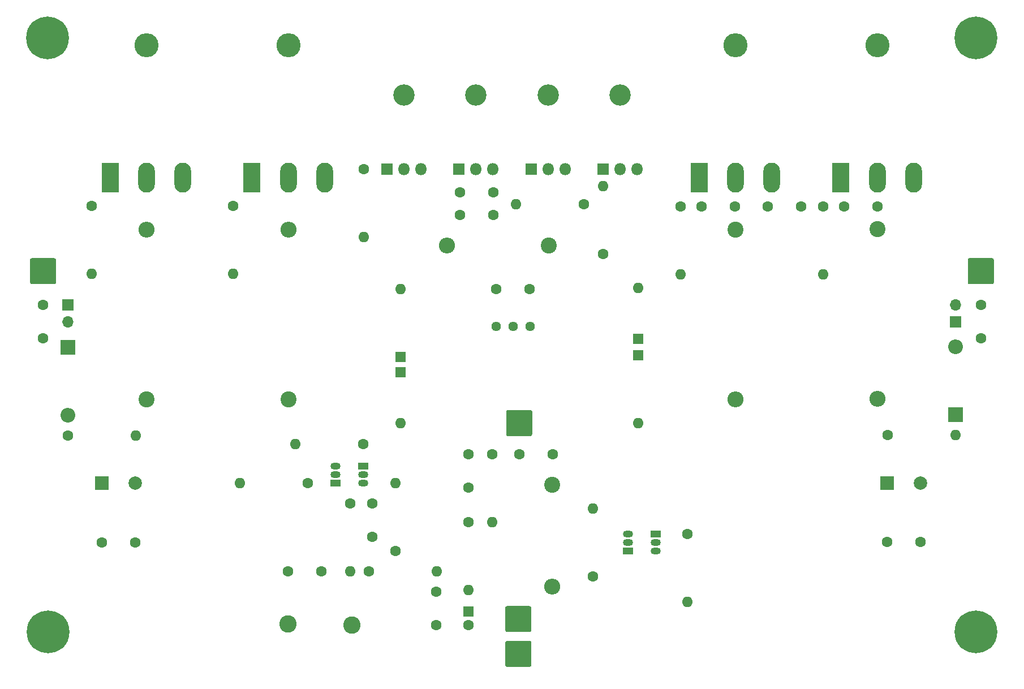
<source format=gbr>
G04 #@! TF.GenerationSoftware,KiCad,Pcbnew,(5.1.10-1-10_14)*
G04 #@! TF.CreationDate,2021-11-16T13:20:34+01:00*
G04 #@! TF.ProjectId,amp-mosfet-160w,616d702d-6d6f-4736-9665-742d31363077,rev?*
G04 #@! TF.SameCoordinates,Original*
G04 #@! TF.FileFunction,Soldermask,Bot*
G04 #@! TF.FilePolarity,Negative*
%FSLAX46Y46*%
G04 Gerber Fmt 4.6, Leading zero omitted, Abs format (unit mm)*
G04 Created by KiCad (PCBNEW (5.1.10-1-10_14)) date 2021-11-16 13:20:34*
%MOMM*%
%LPD*%
G01*
G04 APERTURE LIST*
%ADD10C,1.600000*%
%ADD11C,1.440000*%
%ADD12O,2.400000X2.400000*%
%ADD13C,2.400000*%
%ADD14O,1.600000X1.600000*%
%ADD15O,2.500000X4.500000*%
%ADD16R,2.500000X4.500000*%
%ADD17O,3.600000X3.600000*%
%ADD18O,1.800000X1.800000*%
%ADD19R,1.800000X1.800000*%
%ADD20O,3.200000X3.200000*%
%ADD21R,1.500000X1.050000*%
%ADD22O,1.500000X1.050000*%
%ADD23C,0.800000*%
%ADD24C,6.400000*%
%ADD25O,1.700000X1.700000*%
%ADD26R,1.700000X1.700000*%
%ADD27C,2.600000*%
%ADD28O,2.200000X2.200000*%
%ADD29R,2.200000X2.200000*%
%ADD30R,1.600000X1.600000*%
%ADD31C,2.000000*%
%ADD32R,2.000000X2.000000*%
G04 APERTURE END LIST*
D10*
X64897000Y-82550000D03*
X64897000Y-87550000D03*
X205232000Y-87550000D03*
X205232000Y-82550000D03*
D11*
X132715000Y-85725000D03*
X135255000Y-85725000D03*
X137795000Y-85725000D03*
D12*
X189738000Y-96583500D03*
D13*
X189738000Y-71183500D03*
D12*
X168529000Y-96647000D03*
D13*
X168529000Y-71247000D03*
D14*
X160274000Y-77914500D03*
D10*
X160274000Y-67754500D03*
D14*
X181673500Y-77978000D03*
D10*
X181673500Y-67818000D03*
D14*
X135636000Y-67437000D03*
D10*
X145796000Y-67437000D03*
D12*
X141097000Y-124714000D03*
D13*
X141097000Y-109474000D03*
D14*
X78740000Y-102108000D03*
D10*
X68580000Y-102108000D03*
D14*
X201422000Y-101981000D03*
D10*
X191262000Y-101981000D03*
D12*
X101600000Y-71247000D03*
D13*
X101600000Y-96647000D03*
D12*
X80391000Y-71247000D03*
D13*
X80391000Y-96647000D03*
D14*
X93345000Y-77851000D03*
D10*
X93345000Y-67691000D03*
D14*
X72136000Y-77851000D03*
D10*
X72136000Y-67691000D03*
D14*
X112903000Y-72390000D03*
D10*
X112903000Y-62230000D03*
D14*
X132080000Y-115062000D03*
D10*
X132080000Y-104902000D03*
D14*
X128524000Y-125222000D03*
D10*
X128524000Y-115062000D03*
D12*
X125349000Y-73660000D03*
D13*
X140589000Y-73660000D03*
D14*
X148717000Y-64770000D03*
D10*
X148717000Y-74930000D03*
D14*
X94361000Y-109220000D03*
D10*
X104521000Y-109220000D03*
D14*
X117602000Y-109220000D03*
D10*
X117602000Y-119380000D03*
D14*
X147193000Y-112966500D03*
D10*
X147193000Y-123126500D03*
D14*
X102616000Y-103378000D03*
D10*
X112776000Y-103378000D03*
D14*
X161290000Y-127000000D03*
D10*
X161290000Y-116840000D03*
D14*
X110871000Y-122428000D03*
D10*
X110871000Y-112268000D03*
D14*
X123825000Y-122428000D03*
D10*
X113665000Y-122428000D03*
D15*
X195177000Y-63500000D03*
X189727000Y-63500000D03*
D16*
X184277000Y-63500000D03*
D17*
X189727000Y-43640000D03*
D15*
X107039000Y-63500000D03*
X101589000Y-63500000D03*
D16*
X96139000Y-63500000D03*
D17*
X101589000Y-43640000D03*
D18*
X132207000Y-62230000D03*
X129667000Y-62230000D03*
D19*
X127127000Y-62230000D03*
D20*
X129667000Y-51130000D03*
D18*
X143002000Y-62230000D03*
X140462000Y-62230000D03*
D19*
X137922000Y-62230000D03*
D20*
X140462000Y-51130000D03*
D21*
X108648500Y-109220000D03*
D22*
X108648500Y-106680000D03*
X108648500Y-107950000D03*
D21*
X152400000Y-119380000D03*
D22*
X152400000Y-116840000D03*
X152400000Y-118110000D03*
D21*
X156591000Y-116840000D03*
D22*
X156591000Y-119380000D03*
X156591000Y-118110000D03*
D15*
X173968000Y-63500000D03*
X168518000Y-63500000D03*
D16*
X163068000Y-63500000D03*
D17*
X168518000Y-43640000D03*
D15*
X85830000Y-63500000D03*
X80380000Y-63500000D03*
D16*
X74930000Y-63500000D03*
D17*
X80380000Y-43640000D03*
D18*
X153797000Y-62230000D03*
X151257000Y-62230000D03*
D19*
X148717000Y-62230000D03*
D20*
X151257000Y-51130000D03*
D18*
X121412000Y-62230000D03*
X118872000Y-62230000D03*
D19*
X116332000Y-62230000D03*
D20*
X118872000Y-51130000D03*
D21*
X112776000Y-106680000D03*
D22*
X112776000Y-109220000D03*
X112776000Y-107950000D03*
D23*
X206167056Y-129747944D03*
X204470000Y-129045000D03*
X202772944Y-129747944D03*
X202070000Y-131445000D03*
X202772944Y-133142056D03*
X204470000Y-133845000D03*
X206167056Y-133142056D03*
X206870000Y-131445000D03*
D24*
X204470000Y-131445000D03*
D23*
X67310000Y-129747944D03*
X65612944Y-129045000D03*
X63915888Y-129747944D03*
X63212944Y-131445000D03*
X63915888Y-133142056D03*
X65612944Y-133845000D03*
X67310000Y-133142056D03*
X68012944Y-131445000D03*
D24*
X65612944Y-131445000D03*
D23*
X206167056Y-40847944D03*
X204470000Y-40145000D03*
X202772944Y-40847944D03*
X202070000Y-42545000D03*
X202772944Y-44242056D03*
X204470000Y-44945000D03*
X206167056Y-44242056D03*
X206870000Y-42545000D03*
D24*
X204470000Y-42545000D03*
D23*
X67229056Y-40847944D03*
X65532000Y-40145000D03*
X63834944Y-40847944D03*
X63132000Y-42545000D03*
X63834944Y-44242056D03*
X65532000Y-44945000D03*
X67229056Y-44242056D03*
X67932000Y-42545000D03*
D24*
X65532000Y-42545000D03*
D25*
X68580000Y-85090000D03*
D26*
X68580000Y-82550000D03*
D25*
X201422000Y-82550000D03*
D26*
X201422000Y-85090000D03*
G36*
G01*
X134067000Y-136446999D02*
X134067000Y-133047001D01*
G75*
G02*
X134317001Y-132797000I250001J0D01*
G01*
X137716999Y-132797000D01*
G75*
G02*
X137967000Y-133047001I0J-250001D01*
G01*
X137967000Y-136446999D01*
G75*
G02*
X137716999Y-136697000I-250001J0D01*
G01*
X134317001Y-136697000D01*
G75*
G02*
X134067000Y-136446999I0J250001D01*
G01*
G37*
G36*
G01*
X134067000Y-131239999D02*
X134067000Y-127840001D01*
G75*
G02*
X134317001Y-127590000I250001J0D01*
G01*
X137716999Y-127590000D01*
G75*
G02*
X137967000Y-127840001I0J-250001D01*
G01*
X137967000Y-131239999D01*
G75*
G02*
X137716999Y-131490000I-250001J0D01*
G01*
X134317001Y-131490000D01*
G75*
G02*
X134067000Y-131239999I0J250001D01*
G01*
G37*
G36*
G01*
X134194000Y-101902999D02*
X134194000Y-98503001D01*
G75*
G02*
X134444001Y-98253000I250001J0D01*
G01*
X137843999Y-98253000D01*
G75*
G02*
X138094000Y-98503001I0J-250001D01*
G01*
X138094000Y-101902999D01*
G75*
G02*
X137843999Y-102153000I-250001J0D01*
G01*
X134444001Y-102153000D01*
G75*
G02*
X134194000Y-101902999I0J250001D01*
G01*
G37*
G36*
G01*
X62947000Y-79169999D02*
X62947000Y-75770001D01*
G75*
G02*
X63197001Y-75520000I250001J0D01*
G01*
X66596999Y-75520000D01*
G75*
G02*
X66847000Y-75770001I0J-250001D01*
G01*
X66847000Y-79169999D01*
G75*
G02*
X66596999Y-79420000I-250001J0D01*
G01*
X63197001Y-79420000D01*
G75*
G02*
X62947000Y-79169999I0J250001D01*
G01*
G37*
G36*
G01*
X203282000Y-79169999D02*
X203282000Y-75770001D01*
G75*
G02*
X203532001Y-75520000I250001J0D01*
G01*
X206931999Y-75520000D01*
G75*
G02*
X207182000Y-75770001I0J-250001D01*
G01*
X207182000Y-79169999D01*
G75*
G02*
X206931999Y-79420000I-250001J0D01*
G01*
X203532001Y-79420000D01*
G75*
G02*
X203282000Y-79169999I0J250001D01*
G01*
G37*
D27*
X111125000Y-130429000D03*
X101536500Y-130238500D03*
D28*
X68580000Y-99060000D03*
D29*
X68580000Y-88900000D03*
D28*
X201422000Y-88773000D03*
D29*
X201422000Y-98933000D03*
D14*
X118364000Y-80137000D03*
D30*
X118364000Y-90297000D03*
D14*
X118364000Y-100203000D03*
D30*
X118364000Y-92583000D03*
D14*
X153924000Y-100203000D03*
D30*
X153924000Y-90043000D03*
D14*
X153924000Y-80010000D03*
D30*
X153924000Y-87630000D03*
D10*
X184738000Y-67818000D03*
X189738000Y-67818000D03*
X173355000Y-67754500D03*
X178355000Y-67754500D03*
X163465500Y-67754500D03*
X168465500Y-67754500D03*
X141144000Y-104902000D03*
X136144000Y-104902000D03*
D31*
X78660000Y-109220000D03*
D32*
X73660000Y-109220000D03*
D31*
X196198500Y-109220000D03*
D32*
X191198500Y-109220000D03*
D10*
X78660000Y-118110000D03*
X73660000Y-118110000D03*
X196198500Y-117983000D03*
X191198500Y-117983000D03*
X127254000Y-65659000D03*
X132254000Y-65659000D03*
X137715000Y-80137000D03*
X132715000Y-80137000D03*
X123698000Y-130412500D03*
X123698000Y-125412500D03*
X128524000Y-109902000D03*
X128524000Y-104902000D03*
X128524000Y-130429000D03*
D30*
X128524000Y-128429000D03*
D10*
X127254000Y-69088000D03*
X132254000Y-69088000D03*
X114173000Y-117268000D03*
X114173000Y-112268000D03*
X101553000Y-122428000D03*
X106553000Y-122428000D03*
M02*

</source>
